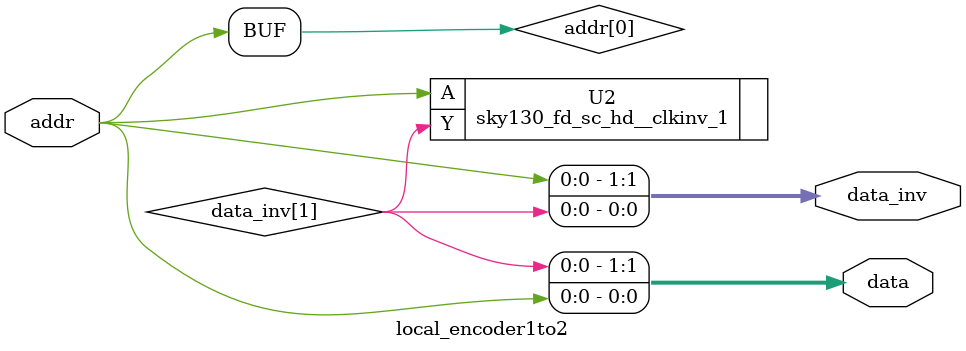
<source format=v>



module local_encoder1to2 ( addr, data, data_inv );
  input [0:0] addr;
  output [0:1] data;
  output [0:1] data_inv;
  wire   \addr[0] , \data_inv[1] ;
  assign data[1] = \addr[0] ;
  assign data_inv[0] = \addr[0] ;
  assign \addr[0]  = addr[0];
  assign data[0] = \data_inv[1] ;
  assign data_inv[1] = \data_inv[1] ;

  sky130_fd_sc_hd__clkinv_1 U2 ( .A(\addr[0] ), .Y(\data_inv[1] ) );
endmodule


</source>
